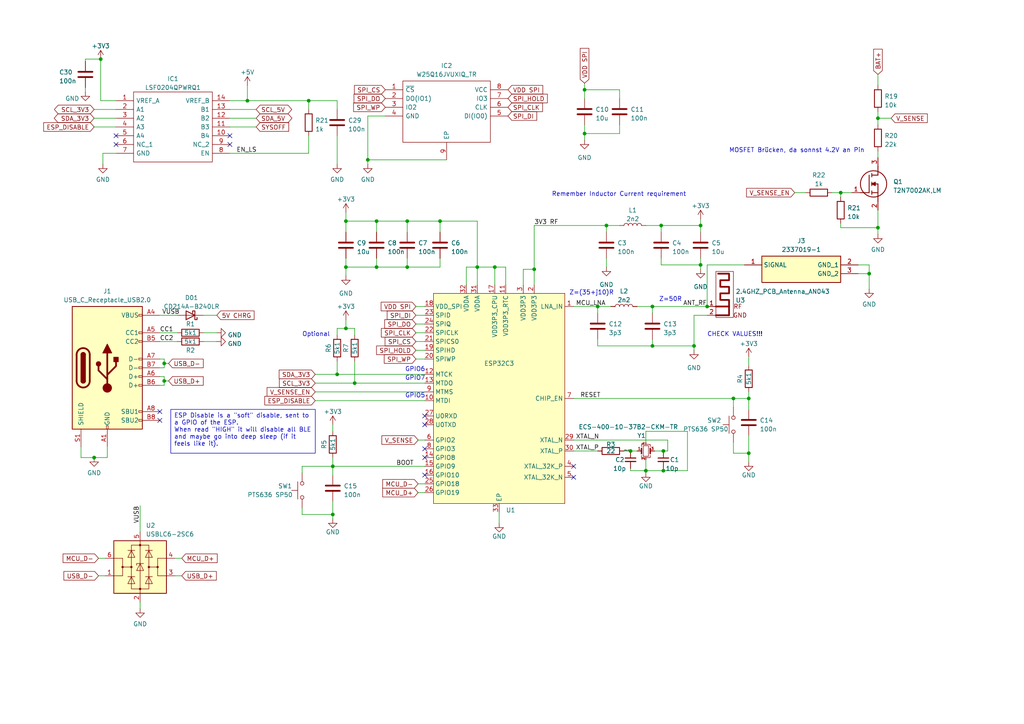
<source format=kicad_sch>
(kicad_sch (version 20230121) (generator eeschema)
  (paper "A4")
  (title_block (title "Module battery/bluetooth") (rev "1.0") (company "FG Labs"))
  (lib_symbols
    (symbol "Antennas:2.4GHZ_PCB_Antenna_AN043"
      (property "Reference" "U" (at 0 1.27 0))
      (property "Value" "2.4GHZ_PCB_Antenna_AN043" (at 0 3.81 0))
      (symbol "2.4GHZ_PCB_Antenna_AN043_0_0"
        (text "GND" (at 6.985 -3.175 0) (effects (font (size 1.27 1.27))))
        (text "RF" (at 6.35 -5.715 0) (effects (font (size 1.27 1.27))))
      )
      (symbol "2.4GHZ_PCB_Antenna_AN043_1_1"
        (pin bidirectional line (at -2.54 -5.715 0) (length 2.54) (name "") (number "1"))
        (pin passive line (at -2.54 -3.175 0) (length 2.54) (name "") (number "2"))
      )
    )
    (symbol "Connector:USB_C_Receptacle_USB2.0" (pin_names (offset 1.016))
      (property "Reference" "J" (at -10.16 19.05 0))
      (property "Value" "USB_C_Receptacle_USB2.0" (at 19.05 19.05 0))
      (symbol "USB_C_Receptacle_USB2.0_1_1"
        (pin passive line (at 0 -22.86 90) (length 5.08) (name "GND") (number "A1"))
        (pin passive line (at 0 -22.86 90) (length 5.08) hide (name "GND") (number "A12"))
        (pin passive line (at 15.24 15.24 180) (length 5.08) (name "VBUS") (number "A4"))
        (pin bidirectional line (at 15.24 10.16 180) (length 5.08) (name "CC1") (number "A5"))
        (pin bidirectional line (at 15.24 -2.54 180) (length 5.08) (name "D+") (number "A6"))
        (pin bidirectional line (at 15.24 2.54 180) (length 5.08) (name "D-") (number "A7"))
        (pin bidirectional line (at 15.24 -12.7 180) (length 5.08) (name "SBU1") (number "A8"))
        (pin passive line (at 15.24 15.24 180) (length 5.08) hide (name "VBUS") (number "A9"))
        (pin passive line (at 0 -22.86 90) (length 5.08) hide (name "GND") (number "B1"))
        (pin passive line (at 0 -22.86 90) (length 5.08) hide (name "GND") (number "B12"))
        (pin passive line (at 15.24 15.24 180) (length 5.08) hide (name "VBUS") (number "B4"))
        (pin bidirectional line (at 15.24 7.62 180) (length 5.08) (name "CC2") (number "B5"))
        (pin bidirectional line (at 15.24 -5.08 180) (length 5.08) (name "D+") (number "B6"))
        (pin bidirectional line (at 15.24 0 180) (length 5.08) (name "D-") (number "B7"))
        (pin bidirectional line (at 15.24 -15.24 180) (length 5.08) (name "SBU2") (number "B8"))
        (pin passive line (at 15.24 15.24 180) (length 5.08) hide (name "VBUS") (number "B9"))
        (pin passive line (at -7.62 -22.86 90) (length 5.08) (name "SHIELD") (number "S1"))
      )
    )
    (symbol "Device:C" (pin_numbers hide) (pin_names (offset 0.254))
      (property "Reference" "C" (at 0.635 2.54 0))
      (property "Value" "C" (at 0.635 -2.54 0))
      (symbol "C_1_1"
        (pin passive line (at 0 3.81 270) (length 2.794) (name "~") (number "1"))
        (pin passive line (at 0 -3.81 90) (length 2.794) (name "~") (number "2"))
      )
    )
    (symbol "Device:C_Small" (pin_numbers hide) (pin_names (offset 0.254) hide)
      (property "Reference" "C" (at 0.254 1.778 0))
      (property "Value" "C_Small" (at 0.254 -2.032 0))
      (symbol "C_Small_1_1"
        (pin passive line (at 0 2.54 270) (length 2.032) (name "~") (number "1"))
        (pin passive line (at 0 -2.54 90) (length 2.032) (name "~") (number "2"))
      )
    )
    (symbol "Device:Crystal_GND24_Small" (pin_names (offset 1.016) hide)
      (property "Reference" "Y" (at 1.27 4.445 0))
      (property "Value" "Crystal_GND24_Small" (at 1.27 2.54 0))
      (symbol "Crystal_GND24_Small_1_1"
        (pin passive line (at -2.54 0 0) (length 1.27) (name "1") (number "1"))
        (pin passive line (at 0 -2.54 90) (length 0.635) (name "2") (number "2"))
        (pin passive line (at 2.54 0 180) (length 1.27) (name "3") (number "3"))
        (pin passive line (at 0 2.54 270) (length 0.635) (name "4") (number "4"))
      )
    )
    (symbol "Device:D_Schottky" (pin_numbers hide) (pin_names (offset 1.016) hide)
      (property "Reference" "D" (at 0 2.54 0))
      (property "Value" "D_Schottky" (at 0 -2.54 0))
      (symbol "D_Schottky_1_1"
        (pin passive line (at -3.81 0 0) (length 2.54) (name "K") (number "1"))
        (pin passive line (at 3.81 0 180) (length 2.54) (name "A") (number "2"))
      )
    )
    (symbol "Device:L" (pin_numbers hide) (pin_names (offset 1.016) hide)
      (property "Reference" "L" (at -1.27 0 90))
      (property "Value" "L" (at 1.905 0 90))
      (symbol "L_1_1"
        (pin passive line (at 0 3.81 270) (length 1.27) (name "1") (number "1"))
        (pin passive line (at 0 -3.81 90) (length 1.27) (name "2") (number "2"))
      )
    )
    (symbol "Device:R" (pin_numbers hide) (pin_names (offset 0))
      (property "Reference" "R" (at 2.032 0 90))
      (property "Value" "R" (at 0 0 90))
      (symbol "R_1_1"
        (pin passive line (at 0 3.81 270) (length 1.27) (name "~") (number "1"))
        (pin passive line (at 0 -3.81 90) (length 1.27) (name "~") (number "2"))
      )
    )
    (symbol "MCU_custom:ESP32-C3"
      (property "Reference" "U" (at 34.29 -42.545 0))
      (symbol "ESP32-C3_1_1"
        (pin input line (at 21.59 26.67 180) (length 2.54) (name "LNA_IN") (number "1"))
        (pin input line (at -21.59 -0.635 0) (length 2.54) (name "MTDI") (number "10"))
        (pin input line (at 1.905 33.02 270) (length 2.54) (name "VDD3P3_RTC") (number "11"))
        (pin input line (at -21.59 6.985 0) (length 2.54) (name "MTCK") (number "12"))
        (pin input line (at -21.59 4.445 0) (length 2.54) (name "MTDO") (number "13"))
        (pin input line (at -21.59 -17.145 0) (length 2.54) (name "GPIO8") (number "14"))
        (pin input line (at -21.59 -19.685 0) (length 2.54) (name "GPIO9") (number "15"))
        (pin input line (at -21.59 -22.225 0) (length 2.54) (name "GPIO10") (number "16"))
        (pin input line (at -1.27 33.02 270) (length 2.54) (name "VDD3P3_CPU") (number "17"))
        (pin input line (at -21.59 26.67 0) (length 2.54) (name "VDD_SPI") (number "18"))
        (pin input line (at -21.59 13.97 0) (length 2.54) (name "SPIHD") (number "19"))
        (pin input line (at 10.16 33.02 270) (length 2.54) (name "VDD3P3") (number "2"))
        (pin input line (at -21.59 11.43 0) (length 2.54) (name "SPIWP") (number "20"))
        (pin input line (at -21.59 16.51 0) (length 2.54) (name "SPICS0") (number "21"))
        (pin input line (at -21.59 19.05 0) (length 2.54) (name "SPICLK") (number "22"))
        (pin input line (at -21.59 24.13 0) (length 2.54) (name "SPID") (number "23"))
        (pin input line (at -21.59 21.59 0) (length 2.54) (name "SPIQ") (number "24"))
        (pin input line (at -21.59 -24.765 0) (length 2.54) (name "GPIO18") (number "25"))
        (pin input line (at -21.59 -27.305 0) (length 2.54) (name "GPIO19") (number "26"))
        (pin input line (at -21.59 -5.08 0) (length 2.54) (name "U0RXD") (number "27"))
        (pin input line (at -21.59 -7.62 0) (length 2.54) (name "U0TXD") (number "28"))
        (pin input line (at 21.59 -12.065 180) (length 2.54) (name "XTAL_N") (number "29"))
        (pin input line (at 6.985 33.02 270) (length 2.54) (name "VDD3P3") (number "3"))
        (pin input line (at 21.59 -15.24 180) (length 2.54) (name "XTAL_P") (number "30"))
        (pin input line (at -6.35 33.02 270) (length 2.54) (name "VDDA") (number "31"))
        (pin input line (at -9.525 33.02 270) (length 2.54) (name "VDDA") (number "32"))
        (pin input line (at 0 -33.02 90) (length 2.54) (name "EP") (number "33"))
        (pin input line (at 21.59 -19.685 180) (length 2.54) (name "XTAL_32K_P") (number "4"))
        (pin input line (at 21.59 -22.86 180) (length 2.54) (name "XTAL_32K_N") (number "5"))
        (pin input line (at -21.59 -12.065 0) (length 2.54) (name "GPIO2") (number "6"))
        (pin input line (at 21.59 0 180) (length 2.54) (name "CHIP_EN") (number "7"))
        (pin input line (at -21.59 -14.605 0) (length 2.54) (name "GPIO3") (number "8"))
        (pin input line (at -21.59 1.905 0) (length 2.54) (name "MTMS") (number "9"))
      )
    )
    (symbol "Power_Protection:USBLC6-2SC6" (pin_names hide)
      (property "Reference" "U" (at 2.54 8.89 0))
      (property "Value" "USBLC6-2SC6" (at 2.54 -8.89 0))
      (symbol "USBLC6-2SC6_1_1"
        (pin passive line (at -10.16 -2.54 0) (length 2.54) (name "I/O1") (number "1"))
        (pin passive line (at 0 -10.16 90) (length 2.54) (name "GND") (number "2"))
        (pin passive line (at 10.16 -2.54 180) (length 2.54) (name "I/O2") (number "3"))
        (pin passive line (at 10.16 2.54 180) (length 2.54) (name "I/O2") (number "4"))
        (pin passive line (at 0 10.16 270) (length 2.54) (name "VBUS") (number "5"))
        (pin passive line (at -10.16 2.54 0) (length 2.54) (name "I/O1") (number "6"))
      )
    )
    (symbol "SamacSys_Parts:2337019-1"
      (property "Reference" "J" (at 29.21 7.62 0))
      (property "Value" "2337019-1" (at 29.21 5.08 0))
      (symbol "2337019-1_1_1"
        (pin passive line (at 0 0 0) (length 5.08) (name "SIGNAL") (number "1"))
        (pin passive line (at 33.02 0 180) (length 5.08) (name "GND_1") (number "2"))
        (pin passive line (at 33.02 -2.54 180) (length 5.08) (name "GND_2") (number "3"))
      )
    )
    (symbol "SamacSys_Parts:LSF0204QPWRQ1" (pin_names (offset 0.762))
      (property "Reference" "IC" (at 29.21 7.62 0))
      (property "Value" "LSF0204QPWRQ1" (at 29.21 5.08 0))
      (symbol "LSF0204QPWRQ1_0_0"
        (pin passive line (at 0 0 0) (length 5.08) (name "VREF_A") (number "1"))
        (pin passive line (at 33.02 -10.16 180) (length 5.08) (name "B4") (number "10"))
        (pin passive line (at 33.02 -7.62 180) (length 5.08) (name "B3") (number "11"))
        (pin passive line (at 33.02 -5.08 180) (length 5.08) (name "B2") (number "12"))
        (pin passive line (at 33.02 -2.54 180) (length 5.08) (name "B1") (number "13"))
        (pin passive line (at 33.02 0 180) (length 5.08) (name "VREF_B") (number "14"))
        (pin passive line (at 0 -2.54 0) (length 5.08) (name "A1") (number "2"))
        (pin passive line (at 0 -5.08 0) (length 5.08) (name "A2") (number "3"))
        (pin passive line (at 0 -7.62 0) (length 5.08) (name "A3") (number "4"))
        (pin passive line (at 0 -10.16 0) (length 5.08) (name "A4") (number "5"))
        (pin passive line (at 0 -12.7 0) (length 5.08) (name "NC_1") (number "6"))
        (pin passive line (at 0 -15.24 0) (length 5.08) (name "GND") (number "7"))
        (pin passive line (at 33.02 -15.24 180) (length 5.08) (name "EN") (number "8"))
        (pin passive line (at 33.02 -12.7 180) (length 5.08) (name "NC_2") (number "9"))
      )
    )
    (symbol "SamacSys_Parts:T2N7002AK,LM" (pin_names hide)
      (property "Reference" "Q" (at 11.43 3.81 0))
      (property "Value" "T2N7002AK,LM" (at 11.43 1.27 0))
      (symbol "T2N7002AK,LM_1_1"
        (pin passive line (at 0 0 0) (length 2.54) (name "G") (number "1"))
        (pin passive line (at 7.62 -5.08 90) (length 2.54) (name "S") (number "2"))
        (pin passive line (at 7.62 10.16 270) (length 2.54) (name "D") (number "3"))
      )
    )
    (symbol "SamacSys_Parts_Legacy:W25Q16JVUXIQ_TR" (pin_names (offset 0.762))
      (property "Reference" "IC" (at 31.75 7.62 0))
      (property "Value" "W25Q16JVUXIQ_TR" (at 31.75 5.08 0))
      (symbol "W25Q16JVUXIQ_TR_0_0"
        (pin passive line (at 0 0 0) (length 5.08) (name "~{CS}") (number "1"))
        (pin passive line (at 0 -2.54 0) (length 5.08) (name "DO(IO1)") (number "2"))
        (pin passive line (at 0 -5.08 0) (length 5.08) (name "IO2") (number "3"))
        (pin passive line (at 0 -7.62 0) (length 5.08) (name "GND") (number "4"))
        (pin passive line (at 35.56 -7.62 180) (length 5.08) (name "DI(IO0)") (number "5"))
        (pin passive line (at 35.56 -5.08 180) (length 5.08) (name "CLK") (number "6"))
        (pin passive line (at 35.56 -2.54 180) (length 5.08) (name "IO3") (number "7"))
        (pin passive line (at 35.56 0 180) (length 5.08) (name "VCC") (number "8"))
        (pin passive line (at 17.78 -20.32 90) (length 5.08) (name "EP") (number "9"))
      )
    )
    (symbol "Switch:SW_Push" (pin_numbers hide) (pin_names (offset 1.016) hide)
      (property "Reference" "SW" (at 1.27 2.54 0))
      (property "Value" "SW_Push" (at 0 -1.524 0))
      (symbol "SW_Push_0_1"
        (pin passive line (at -5.08 0 0) (length 2.54) (name "1") (number "1"))
        (pin passive line (at 5.08 0 180) (length 2.54) (name "2") (number "2"))
      )
    )
    (symbol "power:+3V3" (power) (pin_names (offset 0))
      (property "Value" "+3V3" (at 0 3.556 0))
      (symbol "+3V3_1_1"
        (pin power_in line (at 0 0 90) (length 0) hide (name "+3V3") (number "1"))
      )
    )
    (symbol "power:+5V" (power) (pin_names (offset 0))
      (property "Value" "+5V" (at 0 3.556 0))
      (symbol "+5V_1_1"
        (pin power_in line (at 0 0 90) (length 0) hide (name "+5V") (number "1"))
      )
    )
    (symbol "power:GND" (power) (pin_names (offset 0))
      (property "Value" "GND" (at 0 -3.81 0))
      (symbol "GND_1_1"
        (pin power_in line (at 0 0 270) (length 0) hide (name "GND") (number "1"))
      )
    )
  )
  (junction (at 118.11 77.47))
  (junction (at 173.355 88.9))
  (junction (at 212.725 115.57))
  (junction (at 97.79 108.585))
  (junction (at 189.23 100.33))
  (junction (at 187.325 136.525))
  (junction (at 191.77 65.405))
  (junction (at 96.52 135.255))
  (junction (at 182.88 130.81))
  (junction (at 102.87 111.125))
  (junction (at 118.11 64.135))
  (junction (at 109.22 77.47))
  (junction (at 100.33 95.25))
  (junction (at 254.635 66.04))
  (junction (at 243.84 55.88))
  (junction (at 205.105 88.9))
  (junction (at 27.305 132.715))
  (junction (at 201.295 100.33))
  (junction (at 71.755 29.21))
  (junction (at 254.635 34.29))
  (junction (at 106.68 46.355))
  (junction (at 47.625 105.41))
  (junction (at 189.23 88.9))
  (junction (at 109.22 64.135))
  (junction (at 169.545 26.035))
  (junction (at 29.21 17.145))
  (junction (at 89.535 29.21))
  (junction (at 217.17 131.445))
  (junction (at 192.405 136.525))
  (junction (at 96.52 149.225))
  (junction (at 203.2 76.835))
  (junction (at 169.545 38.735))
  (junction (at 138.43 77.47))
  (junction (at 127.635 64.135))
  (junction (at 217.17 115.57))
  (junction (at 100.33 77.47))
  (junction (at 192.405 130.81))
  (junction (at 154.94 78.105))
  (junction (at 203.2 65.405))
  (junction (at 175.895 65.405))
  (junction (at 252.095 79.375))
  (junction (at 47.625 110.49))
  (junction (at 100.33 64.135))
  (junction (at 143.51 77.47))
  (no_connect (at 166.37 138.43))
  (no_connect (at 33.655 39.37))
  (no_connect (at 66.675 41.91))
  (no_connect (at 123.19 130.175))
  (no_connect (at 123.19 120.65))
  (no_connect (at 66.675 39.37))
  (no_connect (at 33.655 41.91))
  (no_connect (at 166.37 135.255))
  (no_connect (at 123.19 123.19))
  (no_connect (at 46.355 119.38))
  (no_connect (at 46.355 121.92))
  (no_connect (at 123.19 132.715))
  (no_connect (at 123.19 137.795))
  (wire (pts (xy 23.495 132.715) (xy 27.305 132.715)))
  (wire (pts (xy 192.405 130.81) (xy 193.675 130.81)))
  (wire (pts (xy 100.33 64.135) (xy 100.33 67.31)))
  (wire (pts (xy 29.21 17.145) (xy 29.21 29.21)))
  (wire (pts (xy 189.23 88.9) (xy 189.23 90.805)))
  (wire (pts (xy 212.725 115.57) (xy 217.17 115.57)))
  (wire (pts (xy 106.68 46.355) (xy 129.54 46.355)))
  (wire (pts (xy 59.055 91.44) (xy 62.865 91.44)))
  (wire (pts (xy 127.635 64.135) (xy 118.11 64.135)))
  (wire (pts (xy 46.355 99.06) (xy 51.435 99.06)))
  (wire (pts (xy 254.635 45.72) (xy 254.635 43.815)))
  (wire (pts (xy 97.79 31.75) (xy 97.79 29.21)))
  (wire (pts (xy 97.79 95.25) (xy 97.79 97.155)))
  (wire (pts (xy 91.44 108.585) (xy 97.79 108.585)))
  (wire (pts (xy 102.87 95.25) (xy 100.33 95.25)))
  (wire (pts (xy 166.37 88.9) (xy 173.355 88.9)))
  (wire (pts (xy 31.115 132.715) (xy 27.305 132.715)))
  (wire (pts (xy 205.105 76.835) (xy 205.105 88.9)))
  (wire (pts (xy 100.33 77.47) (xy 100.33 80.01)))
  (wire (pts (xy 96.52 145.415) (xy 96.52 149.225)))
  (wire (pts (xy 66.675 29.21) (xy 71.755 29.21)))
  (wire (pts (xy 31.115 129.54) (xy 31.115 132.715)))
  (wire (pts (xy 201.295 100.33) (xy 189.23 100.33)))
  (wire (pts (xy 46.355 104.14) (xy 47.625 104.14)))
  (wire (pts (xy 52.705 167.005) (xy 50.8 167.005)))
  (wire (pts (xy 46.355 109.22) (xy 47.625 109.22)))
  (wire (pts (xy 182.88 130.81) (xy 184.785 130.81)))
  (wire (pts (xy 193.675 130.81) (xy 193.675 127.635)))
  (wire (pts (xy 66.675 44.45) (xy 89.535 44.45)))
  (wire (pts (xy 193.675 127.635) (xy 166.37 127.635)))
  (wire (pts (xy 192.405 135.89) (xy 192.405 136.525)))
  (wire (pts (xy 201.295 100.33) (xy 201.295 101.6)))
  (wire (pts (xy 254.635 34.29) (xy 258.445 34.29)))
  (wire (pts (xy 47.625 110.49) (xy 48.895 110.49)))
  (wire (pts (xy 47.625 111.76) (xy 47.625 110.49)))
  (wire (pts (xy 169.545 36.195) (xy 169.545 38.735)))
  (wire (pts (xy 100.33 95.25) (xy 100.33 92.71)))
  (wire (pts (xy 146.685 77.47) (xy 143.51 77.47)))
  (wire (pts (xy 28.575 167.005) (xy 30.48 167.005)))
  (wire (pts (xy 138.43 64.135) (xy 138.43 77.47)))
  (wire (pts (xy 135.255 82.55) (xy 135.255 77.47)))
  (wire (pts (xy 192.405 136.525) (xy 187.325 136.525)))
  (wire (pts (xy 47.625 105.41) (xy 48.895 105.41)))
  (wire (pts (xy 179.705 26.035) (xy 169.545 26.035)))
  (wire (pts (xy 177.165 88.9) (xy 173.355 88.9)))
  (wire (pts (xy 203.2 76.835) (xy 203.2 78.105)))
  (wire (pts (xy 28.575 161.925) (xy 30.48 161.925)))
  (wire (pts (xy 24.765 17.78) (xy 24.765 17.145)))
  (wire (pts (xy 248.92 79.375) (xy 252.095 79.375)))
  (wire (pts (xy 248.92 76.835) (xy 252.095 76.835)))
  (wire (pts (xy 96.52 132.715) (xy 96.52 135.255)))
  (wire (pts (xy 47.625 109.22) (xy 47.625 110.49)))
  (wire (pts (xy 123.19 116.205) (xy 91.44 116.205)))
  (wire (pts (xy 118.11 74.93) (xy 118.11 77.47)))
  (wire (pts (xy 189.865 130.81) (xy 192.405 130.81)))
  (wire (pts (xy 212.725 128.27) (xy 212.725 131.445)))
  (wire (pts (xy 175.895 74.93) (xy 175.895 77.47)))
  (wire (pts (xy 175.895 65.405) (xy 175.895 67.31)))
  (wire (pts (xy 29.845 44.45) (xy 29.845 47.625)))
  (wire (pts (xy 138.43 77.47) (xy 135.255 77.47)))
  (wire (pts (xy 187.325 133.35) (xy 187.325 136.525)))
  (wire (pts (xy 254.635 60.96) (xy 254.635 66.04)))
  (wire (pts (xy 96.52 135.255) (xy 123.19 135.255)))
  (wire (pts (xy 201.295 91.44) (xy 201.295 100.33)))
  (wire (pts (xy 191.77 76.835) (xy 203.2 76.835)))
  (wire (pts (xy 203.2 67.31) (xy 203.2 65.405)))
  (wire (pts (xy 40.64 176.53) (xy 40.64 174.625)))
  (wire (pts (xy 230.505 55.88) (xy 233.68 55.88)))
  (wire (pts (xy 243.84 66.04) (xy 254.635 66.04)))
  (wire (pts (xy 243.84 55.88) (xy 247.015 55.88)))
  (wire (pts (xy 66.675 31.75) (xy 74.295 31.75)))
  (wire (pts (xy 191.77 74.93) (xy 191.77 76.835)))
  (wire (pts (xy 52.705 161.925) (xy 50.8 161.925)))
  (wire (pts (xy 120.65 104.14) (xy 123.19 104.14)))
  (wire (pts (xy 97.79 29.21) (xy 89.535 29.21)))
  (wire (pts (xy 199.39 136.525) (xy 192.405 136.525)))
  (wire (pts (xy 120.65 93.98) (xy 123.19 93.98)))
  (wire (pts (xy 118.11 67.31) (xy 118.11 64.135)))
  (wire (pts (xy 166.37 115.57) (xy 212.725 115.57)))
  (wire (pts (xy 217.17 113.665) (xy 217.17 115.57)))
  (wire (pts (xy 100.33 61.595) (xy 100.33 64.135)))
  (wire (pts (xy 87.63 135.255) (xy 96.52 135.255)))
  (wire (pts (xy 46.355 91.44) (xy 51.435 91.44)))
  (wire (pts (xy 146.685 82.55) (xy 146.685 77.47)))
  (wire (pts (xy 212.725 115.57) (xy 212.725 118.11)))
  (wire (pts (xy 40.64 146.685) (xy 40.64 154.305)))
  (wire (pts (xy 254.635 66.04) (xy 254.635 67.945)))
  (wire (pts (xy 179.705 65.405) (xy 175.895 65.405)))
  (wire (pts (xy 33.655 44.45) (xy 29.845 44.45)))
  (wire (pts (xy 144.78 148.59) (xy 144.78 151.765)))
  (wire (pts (xy 47.625 106.68) (xy 47.625 105.41)))
  (wire (pts (xy 120.65 101.6) (xy 123.19 101.6)))
  (wire (pts (xy 89.535 44.45) (xy 89.535 39.37)))
  (wire (pts (xy 143.51 77.47) (xy 138.43 77.47)))
  (wire (pts (xy 66.675 36.83) (xy 74.295 36.83)))
  (wire (pts (xy 154.94 78.105) (xy 154.94 65.405)))
  (wire (pts (xy 187.325 125.095) (xy 199.39 125.095)))
  (wire (pts (xy 27.305 31.75) (xy 33.655 31.75)))
  (wire (pts (xy 89.535 31.75) (xy 89.535 29.21)))
  (wire (pts (xy 109.22 64.135) (xy 100.33 64.135)))
  (wire (pts (xy 102.87 111.125) (xy 123.19 111.125)))
  (wire (pts (xy 217.17 103.505) (xy 217.17 106.045)))
  (wire (pts (xy 127.635 64.135) (xy 138.43 64.135)))
  (wire (pts (xy 166.37 130.81) (xy 173.355 130.81)))
  (wire (pts (xy 187.325 136.525) (xy 187.325 137.16)))
  (wire (pts (xy 151.765 82.55) (xy 151.765 78.105)))
  (wire (pts (xy 97.79 39.37) (xy 97.79 47.625)))
  (wire (pts (xy 217.17 131.445) (xy 217.17 133.985)))
  (wire (pts (xy 59.055 99.06) (xy 62.865 99.06)))
  (wire (pts (xy 217.17 118.745) (xy 217.17 115.57)))
  (wire (pts (xy 182.88 135.89) (xy 182.88 136.525)))
  (wire (pts (xy 97.79 104.775) (xy 97.79 108.585)))
  (wire (pts (xy 154.94 82.55) (xy 154.94 78.105)))
  (wire (pts (xy 203.2 65.405) (xy 191.77 65.405)))
  (wire (pts (xy 97.79 108.585) (xy 123.19 108.585)))
  (wire (pts (xy 189.23 100.33) (xy 173.355 100.33)))
  (wire (pts (xy 121.285 140.335) (xy 123.19 140.335)))
  (wire (pts (xy 120.65 99.06) (xy 123.19 99.06)))
  (wire (pts (xy 252.095 79.375) (xy 252.095 83.82)))
  (wire (pts (xy 109.22 74.93) (xy 109.22 77.47)))
  (wire (pts (xy 24.765 25.4) (xy 24.765 26.67)))
  (wire (pts (xy 27.305 36.83) (xy 33.655 36.83)))
  (wire (pts (xy 118.11 77.47) (xy 109.22 77.47)))
  (wire (pts (xy 47.625 104.14) (xy 47.625 105.41)))
  (wire (pts (xy 217.17 126.365) (xy 217.17 131.445)))
  (wire (pts (xy 173.355 88.9) (xy 173.355 90.805)))
  (wire (pts (xy 120.65 88.9) (xy 123.19 88.9)))
  (wire (pts (xy 109.22 77.47) (xy 100.33 77.47)))
  (wire (pts (xy 189.23 88.9) (xy 205.105 88.9)))
  (wire (pts (xy 87.63 147.32) (xy 87.63 149.225)))
  (wire (pts (xy 27.305 34.29) (xy 33.655 34.29)))
  (wire (pts (xy 102.87 104.775) (xy 102.87 111.125)))
  (wire (pts (xy 100.33 74.93) (xy 100.33 77.47)))
  (wire (pts (xy 120.65 96.52) (xy 123.19 96.52)))
  (wire (pts (xy 46.355 111.76) (xy 47.625 111.76)))
  (wire (pts (xy 179.705 38.735) (xy 169.545 38.735)))
  (wire (pts (xy 87.63 149.225) (xy 96.52 149.225)))
  (wire (pts (xy 59.055 96.52) (xy 62.865 96.52)))
  (wire (pts (xy 100.33 95.25) (xy 97.79 95.25)))
  (wire (pts (xy 243.84 64.77) (xy 243.84 66.04)))
  (wire (pts (xy 46.355 106.68) (xy 47.625 106.68)))
  (wire (pts (xy 127.635 74.93) (xy 127.635 77.47)))
  (wire (pts (xy 127.635 67.31) (xy 127.635 64.135)))
  (wire (pts (xy 151.765 78.105) (xy 154.94 78.105)))
  (wire (pts (xy 187.325 125.095) (xy 187.325 128.27)))
  (wire (pts (xy 23.495 129.54) (xy 23.495 132.715)))
  (wire (pts (xy 127.635 77.47) (xy 118.11 77.47)))
  (wire (pts (xy 254.635 34.29) (xy 254.635 36.195)))
  (wire (pts (xy 89.535 29.21) (xy 71.755 29.21)))
  (wire (pts (xy 121.285 142.875) (xy 123.19 142.875)))
  (wire (pts (xy 212.725 131.445) (xy 217.17 131.445)))
  (wire (pts (xy 254.635 21.59) (xy 254.635 24.765)))
  (wire (pts (xy 243.84 55.88) (xy 243.84 57.15)))
  (wire (pts (xy 154.94 65.405) (xy 175.895 65.405)))
  (wire (pts (xy 87.63 137.16) (xy 87.63 135.255)))
  (wire (pts (xy 189.23 98.425) (xy 189.23 100.33)))
  (wire (pts (xy 106.68 33.655) (xy 106.68 46.355)))
  (wire (pts (xy 106.68 46.355) (xy 106.68 47.625)))
  (wire (pts (xy 184.785 88.9) (xy 189.23 88.9)))
  (wire (pts (xy 241.3 55.88) (xy 243.84 55.88)))
  (wire (pts (xy 71.755 24.765) (xy 71.755 29.21)))
  (wire (pts (xy 180.975 130.81) (xy 182.88 130.81)))
  (wire (pts (xy 203.2 63.5) (xy 203.2 65.405)))
  (wire (pts (xy 169.545 26.035) (xy 169.545 28.575)))
  (wire (pts (xy 191.77 65.405) (xy 191.77 67.31)))
  (wire (pts (xy 120.65 91.44) (xy 123.19 91.44)))
  (wire (pts (xy 46.355 96.52) (xy 51.435 96.52)))
  (wire (pts (xy 102.87 97.155) (xy 102.87 95.25)))
  (wire (pts (xy 203.2 74.93) (xy 203.2 76.835)))
  (wire (pts (xy 111.76 33.655) (xy 106.68 33.655)))
  (wire (pts (xy 179.705 28.575) (xy 179.705 26.035)))
  (wire (pts (xy 109.22 67.31) (xy 109.22 64.135)))
  (wire (pts (xy 143.51 82.55) (xy 143.51 77.47)))
  (wire (pts (xy 33.655 29.21) (xy 29.21 29.21)))
  (wire (pts (xy 182.88 136.525) (xy 187.325 136.525)))
  (wire (pts (xy 24.765 17.145) (xy 29.21 17.145)))
  (wire (pts (xy 96.52 135.255) (xy 96.52 137.795)))
  (wire (pts (xy 215.9 76.835) (xy 205.105 76.835)))
  (wire (pts (xy 252.095 76.835) (xy 252.095 79.375)))
  (wire (pts (xy 173.355 100.33) (xy 173.355 98.425)))
  (wire (pts (xy 187.325 65.405) (xy 191.77 65.405)))
  (wire (pts (xy 96.52 123.19) (xy 96.52 125.095)))
  (wire (pts (xy 121.285 127.635) (xy 123.19 127.635)))
  (wire (pts (xy 179.705 36.195) (xy 179.705 38.735)))
  (wire (pts (xy 91.44 113.665) (xy 123.19 113.665)))
  (wire (pts (xy 138.43 82.55) (xy 138.43 77.47)))
  (wire (pts (xy 169.545 38.735) (xy 169.545 40.64)))
  (wire (pts (xy 169.545 24.13) (xy 169.545 26.035)))
  (wire (pts (xy 109.22 64.135) (xy 118.11 64.135)))
  (wire (pts (xy 66.675 34.29) (xy 74.295 34.29)))
  (wire (pts (xy 254.635 32.385) (xy 254.635 34.29)))
  (wire (pts (xy 199.39 125.095) (xy 199.39 136.525)))
  (wire (pts (xy 96.52 149.225) (xy 96.52 150.495)))
  (wire (pts (xy 201.295 91.44) (xy 205.105 91.44)))
  (wire (pts (xy 91.44 111.125) (xy 102.87 111.125)))
  (text_box "ESP Disable is a \"soft\" disable, sent to a GPIO of the ESP.\nWhen read \"HIGH\" it will disable all BLE and maybe go into deep sleep (if it feels like it)." (at 49.53 118.745 0) (size 41.91 12.7) (effects (font (size 1.27 1.27)) (justify left top)))
  (text "Z=(35+j10)R" (at 165.1 85.725 0) (effects (font (size 1.27 1.27)) (justify left bottom)))
  (text "GPIO5" (at 117.475 115.57 0) (effects (font (size 1.27 1.27)) (justify left bottom)))
  (text "Z=50R" (at 191.135 87.63 0) (effects (font (size 1.27 1.27)) (justify left bottom)))
  (text "MOSFET Brücken, da sonnst 4.2V an Pin\n" (at 211.455 44.45 0) (effects (font (size 1.27 1.27)) (justify left bottom)))
  (text "GPIO7" (at 117.475 110.49 0) (effects (font (size 1.27 1.27)) (justify left bottom)))
  (text "Optional" (at 87.63 97.79 0) (effects (font (size 1.27 1.27)) (justify left bottom)))
  (text "GPIO6" (at 117.475 107.95 0) (effects (font (size 1.27 1.27)) (justify left bottom)))
  (text "CHECK VALUES!!!" (at 205.105 97.79 0) (effects (font (size 1.27 1.27)) (justify left bottom)))
  (text "Remember Inductor Current requirement" (at 160.02 57.15 0) (effects (font (size 1.27 1.27)) (justify left bottom)))
  (label "EN_LS" (at 68.58 44.45 0))
  (label "VUSB" (at 46.99 91.44 0))
  (label "XTAL_P" (at 167.005 130.81 0))
  (label "ANT_RF" (at 198.12 88.9 0) (property "Netclass" "RF50" (effects hide)))
  (label "XTAL_P_R" (at 180.975 130.81 0) (effects (font (size 0.254 0.254))))
  (label "MCU_LNA" (at 167.005 88.9 0))
  (label "3V3 RF" (at 154.94 65.405 0))
  (label "CC2" (at 46.355 99.06 0))
  (label "XTAL_N" (at 167.005 127.635 0))
  (label "RESET" (at 168.275 115.57 0))
  (label "BOOT" (at 120.015 135.255 180))
  (label "CC1" (at 46.355 96.52 0))
  (label "VUSB" (at 40.64 146.685 270))
  (global_label "V_SENSE_EN" (shape input) (at 91.44 113.665 180) (property "Intersheetrefs" "${INTERSHEET_REFS}" (effects hide)))
  (global_label "SCL_3V3" (shape bidirectional) (at 27.305 31.75 180) (property "Intersheetrefs" "${INTERSHEET_REFS}" (effects hide)))
  (global_label "BAT+" (shape input) (at 254.635 21.59 90) (property "Intersheetrefs" "${INTERSHEET_REFS}" (effects hide)))
  (global_label "SPI_DI" (shape input) (at 147.32 33.655 0) (property "Intersheetrefs" "${INTERSHEET_REFS}" (effects hide)))
  (global_label "SPI_WP" (shape input) (at 111.76 31.115 180) (property "Intersheetrefs" "${INTERSHEET_REFS}" (effects hide)))
  (global_label "USB_D-" (shape input) (at 28.575 167.005 180) (property "Intersheetrefs" "${INTERSHEET_REFS}" (effects hide)) (property "Netclass" "USB90" (effects hide)))
  (global_label "SYSOFF" (shape input) (at 74.295 36.83 0) (property "Intersheetrefs" "${INTERSHEET_REFS}" (effects hide)))
  (global_label "SPI_CS" (shape input) (at 120.65 99.06 180) (property "Intersheetrefs" "${INTERSHEET_REFS}" (effects hide)))
  (global_label "USB_D+" (shape input) (at 52.705 167.005 0) (property "Intersheetrefs" "${INTERSHEET_REFS}" (effects hide)) (property "Netclass" "USB90" (effects hide)))
  (global_label "SCL_3V3" (shape input) (at 91.44 111.125 180) (property "Intersheetrefs" "${INTERSHEET_REFS}" (effects hide)))
  (global_label "V_SENSE_EN" (shape input) (at 230.505 55.88 180) (property "Intersheetrefs" "${INTERSHEET_REFS}" (effects hide)))
  (global_label "VDD SPI" (shape input) (at 120.65 88.9 180) (property "Intersheetrefs" "${INTERSHEET_REFS}" (effects hide)))
  (global_label "SDA_3V3" (shape input) (at 91.44 108.585 180) (property "Intersheetrefs" "${INTERSHEET_REFS}" (effects hide)))
  (global_label "5V CHRG" (shape input) (at 62.865 91.44 0) (property "Intersheetrefs" "${INTERSHEET_REFS}" (effects hide)))
  (global_label "VDD SPI" (shape input) (at 147.32 26.035 0) (property "Intersheetrefs" "${INTERSHEET_REFS}" (effects hide)))
  (global_label "MCU_D-" (shape input) (at 121.285 140.335 180) (property "Intersheetrefs" "${INTERSHEET_REFS}" (effects hide)) (property "Netclass" "USB90" (effects hide)))
  (global_label "MCU_D+" (shape input) (at 121.285 142.875 180) (property "Intersheetrefs" "${INTERSHEET_REFS}" (effects hide)) (property "Netclass" "USB90" (effects hide)))
  (global_label "SCL_5V" (shape bidirectional) (at 74.295 31.75 0) (property "Intersheetrefs" "${INTERSHEET_REFS}" (effects hide)))
  (global_label "SPI_WP" (shape input) (at 120.65 104.14 180) (property "Intersheetrefs" "${INTERSHEET_REFS}" (effects hide)))
  (global_label "SPI_CLK" (shape input) (at 120.65 96.52 180) (property "Intersheetrefs" "${INTERSHEET_REFS}" (effects hide)))
  (global_label "SPI_CS" (shape input) (at 111.76 26.035 180) (property "Intersheetrefs" "${INTERSHEET_REFS}" (effects hide)))
  (global_label "SDA_5V" (shape bidirectional) (at 74.295 34.29 0) (property "Intersheetrefs" "${INTERSHEET_REFS}" (effects hide)))
  (global_label "SPI_DI" (shape input) (at 120.65 91.44 180) (property "Intersheetrefs" "${INTERSHEET_REFS}" (effects hide)))
  (global_label "V_SENSE" (shape input) (at 258.445 34.29 0) (property "Intersheetrefs" "${INTERSHEET_REFS}" (effects hide)))
  (global_label "USB_D-" (shape input) (at 48.895 105.41 0) (property "Intersheetrefs" "${INTERSHEET_REFS}" (effects hide)) (property "Netclass" "USB90" (effects hide)))
  (global_label "ESP_DISABLE" (shape input) (at 91.44 116.205 180) (property "Intersheetrefs" "${INTERSHEET_REFS}" (effects hide)))
  (global_label "V_SENSE" (shape input) (at 121.285 127.635 180) (property "Intersheetrefs" "${INTERSHEET_REFS}" (effects hide)))
  (global_label "SDA_3V3" (shape bidirectional) (at 27.305 34.29 180) (property "Intersheetrefs" "${INTERSHEET_REFS}" (effects hide)))
  (global_label "SPI_DO" (shape input) (at 111.76 28.575 180) (property "Intersheetrefs" "${INTERSHEET_REFS}" (effects hide)))
  (global_label "SPI_HOLD" (shape input) (at 147.32 28.575 0) (property "Intersheetrefs" "${INTERSHEET_REFS}" (effects hide)))
  (global_label "SPI_HOLD" (shape input) (at 120.65 101.6 180) (property "Intersheetrefs" "${INTERSHEET_REFS}" (effects hide)))
  (global_label "ESP_DISABLE" (shape input) (at 27.305 36.83 180) (property "Intersheetrefs" "${INTERSHEET_REFS}" (effects hide)))
  (global_label "MCU_D+" (shape input) (at 52.705 161.925 0) (property "Intersheetrefs" "${INTERSHEET_REFS}" (effects hide)) (property "Netclass" "USB90" (effects hide)))
  (global_label "SPI_CLK" (shape input) (at 147.32 31.115 0) (property "Intersheetrefs" "${INTERSHEET_REFS}" (effects hide)))
  (global_label "VDD SPI" (shape input) (at 169.545 24.13 90) (property "Intersheetrefs" "${INTERSHEET_REFS}" (effects hide)))
  (global_label "MCU_D-" (shape input) (at 28.575 161.925 180) (property "Intersheetrefs" "${INTERSHEET_REFS}" (effects hide)) (property "Netclass" "USB90" (effects hide)))
  (global_label "USB_D+" (shape input) (at 48.895 110.49 0) (property "Intersheetrefs" "${INTERSHEET_REFS}" (effects hide)) (property "Netclass" "USB90" (effects hide)))
  (global_label "SPI_DO" (shape input) (at 120.65 93.98 180) (property "Intersheetrefs" "${INTERSHEET_REFS}" (effects hide)))
  (symbol (lib_id "power:GND") (at 201.295 101.6 0) (unit 1)
    (property "Reference" "#PWR013" (effects hide))
    (property "Value" "GND" (at 201.295 106.68 0))
  )
  (symbol (lib_id "Device:C") (at 203.2 71.12 0) (unit 1)
    (property "Reference" "C5" (at 206.375 70.485 0) (effects (justify left)))
    (property "Value" "10u" (at 206.375 73.025 0) (effects (justify left)))
    (property "Footprint" "Capacitor_SMD:C_0603_1608Metric" (effects hide))
  )
  (symbol (lib_id "Device:C") (at 118.11 71.12 0) (unit 1)
    (property "Reference" "C7" (at 121.285 70.485 0) (effects (justify left)))
    (property "Value" "100n" (at 121.285 73.025 0) (effects (justify left)))
    (property "Footprint" "Capacitor_SMD:C_0603_1608Metric" (effects hide))
  )
  (symbol (lib_id "power:+3V3") (at 100.33 61.595 0) (unit 1)
    (property "Reference" "#PWR010" (effects hide))
    (property "Value" "+3V3" (at 100.33 57.785 0))
  )
  (symbol (lib_id "Device:C") (at 169.545 32.385 0) (unit 1)
    (property "Reference" "C10" (at 172.72 31.75 0) (effects (justify left)))
    (property "Value" "10u" (at 172.72 34.29 0) (effects (justify left)))
    (property "Footprint" "Capacitor_SMD:C_0603_1608Metric" (effects hide))
  )
  (symbol (lib_id "Device:C_Small") (at 182.88 133.35 0) (unit 1)
    (property "Reference" "C2" (at 178.435 133.35 0) (effects (justify left)))
    (property "Value" "10p" (at 177.8 135.89 0) (effects (justify left)))
    (property "Footprint" "Capacitor_SMD:C_0603_1608Metric" (effects hide))
  )
  (symbol (lib_id "Device:C") (at 175.895 71.12 0) (unit 1)
    (property "Reference" "C3" (at 179.07 70.485 0) (effects (justify left)))
    (property "Value" "100n" (at 179.07 73.025 0) (effects (justify left)))
    (property "Footprint" "Capacitor_SMD:C_0603_1608Metric" (effects hide))
  )
  (symbol (lib_id "power:+3V3") (at 100.33 92.71 0) (unit 1)
    (property "Reference" "#PWR018" (effects hide))
    (property "Value" "+3V3" (at 100.33 88.9 0))
  )
  (symbol (lib_id "Device:R") (at 254.635 28.575 0) (unit 1)
    (property "Reference" "R19" (at 256.54 27.94 0) (effects (justify left)))
    (property "Value" "10k" (at 256.54 30.48 0) (effects (justify left)))
    (property "Footprint" "Resistor_SMD:R_0603_1608Metric" (effects hide))
  )
  (symbol (lib_id "MCU_custom:ESP32-C3") (at 144.78 115.57 0) (unit 1)
    (property "Reference" "U1" (at 146.7359 147.955 0) (effects (justify left)))
    (property "Value" "ESP32C3" (at 144.78 105.41 0))
    (property "Footprint" "Package_DFN_QFN:QFN-32-1EP_5x5mm_P0.5mm_EP3.7x3.7mm_ThermalVias" (effects hide))
  )
  (symbol (lib_id "Device:C") (at 217.17 122.555 0) (unit 1)
    (property "Reference" "C14" (at 220.345 121.92 0) (effects (justify left)))
    (property "Value" "100n" (at 220.345 124.46 0) (effects (justify left)))
    (property "Footprint" "Capacitor_SMD:C_0603_1608Metric" (effects hide))
  )
  (symbol (lib_id "Device:R") (at 96.52 128.905 180) (unit 1)
    (property "Reference" "R5" (at 93.98 128.905 90))
    (property "Value" "5k1" (at 96.52 128.905 90))
    (property "Footprint" "Resistor_SMD:R_0603_1608Metric" (effects hide))
  )
  (symbol (lib_id "Device:R") (at 97.79 100.965 180) (unit 1)
    (property "Reference" "R6" (at 95.25 100.965 90))
    (property "Value" "5k1" (at 97.79 100.965 90))
    (property "Footprint" "Resistor_SMD:R_0603_1608Metric" (effects hide))
  )
  (symbol (lib_id "power:GND") (at 96.52 150.495 0) (unit 1)
    (property "Reference" "#PWR017" (effects hide))
    (property "Value" "GND" (at 96.52 154.305 0))
  )
  (symbol (lib_id "power:GND") (at 217.17 133.985 0) (unit 1)
    (property "Reference" "#PWR014" (effects hide))
    (property "Value" "GND" (at 217.17 137.795 0))
  )
  (symbol (lib_id "Device:C") (at 100.33 71.12 0) (unit 1)
    (property "Reference" "C9" (at 103.505 70.485 0) (effects (justify left)))
    (property "Value" "10u" (at 103.505 73.025 0) (effects (justify left)))
    (property "Footprint" "Capacitor_SMD:C_0603_1608Metric" (effects hide))
  )
  (symbol (lib_id "Power_Protection:USBLC6-2SC6") (at 40.64 164.465 0) (unit 1)
    (property "Reference" "U2" (at 42.2911 152.4 0) (effects (justify left)))
    (property "Value" "USBLC6-2SC6" (at 42.2911 154.94 0) (effects (justify left)))
    (property "Footprint" "Package_TO_SOT_SMD:SOT-23-6" (effects hide))
    (property "Datasheet" "https://www.st.com/resource/en/datasheet/usblc6-2.pdf" (effects hide))
  )
  (symbol (lib_id "Device:R") (at 55.245 96.52 90) (unit 1)
    (property "Reference" "R1" (at 55.245 93.98 90))
    (property "Value" "5k1" (at 55.245 96.52 90))
    (property "Footprint" "Resistor_SMD:R_0603_1608Metric" (effects hide))
  )
  (symbol (lib_id "Device:R") (at 254.635 40.005 0) (unit 1)
    (property "Reference" "R20" (at 256.54 39.37 0) (effects (justify left)))
    (property "Value" "22k" (at 256.54 41.91 0) (effects (justify left)))
    (property "Footprint" "Resistor_SMD:R_0603_1608Metric" (effects hide))
  )
  (symbol (lib_id "power:GND") (at 24.765 26.67 0) (unit 1)
    (property "Reference" "#PWR083" (effects hide))
    (property "Value" "GND" (at 20.955 28.575 0))
    (instances (project "The Typeuwu" (path "" (reference "#PWR083") (unit 1))) (project "Battery" (path "" (reference "#PWR039") (unit 1))))
  )
  (symbol (lib_id "Device:C") (at 179.705 32.385 0) (unit 1)
    (property "Reference" "C11" (at 182.88 31.75 0) (effects (justify left)))
    (property "Value" "100n" (at 182.88 34.29 0) (effects (justify left)))
    (property "Footprint" "Capacitor_SMD:C_0603_1608Metric" (effects hide))
  )
  (symbol (lib_id "Device:R") (at 237.49 55.88 90) (unit 1)
    (property "Reference" "R22" (at 237.49 50.8 90))
    (property "Value" "1k" (at 237.49 53.34 90))
    (property "Footprint" "Resistor_SMD:R_0603_1608Metric" (effects hide))
  )
  (symbol (lib_id "Device:D_Schottky") (at 55.245 91.44 180) (unit 1)
    (property "Reference" "D01" (at 55.5625 86.36 0))
    (property "Value" "CD214A-B240LR" (at 55.5625 88.9 0))
    (property "Footprint" "Diode_custom:CD214A-B240LR" (effects hide))
    (instances (project "The Typeuwu" (path "" (reference "D01") (unit 1)) (path "" (reference "D02") (unit 1))) (project "Battery" (path "" (reference "D1") (unit 1))))
  )
  (symbol (lib_id "Device:C") (at 127.635 71.12 0) (unit 1)
    (property "Reference" "C6" (at 130.81 70.485 0) (effects (justify left)))
    (property "Value" "100n" (at 130.81 73.025 0) (effects (justify left)))
    (property "Footprint" "Capacitor_SMD:C_0603_1608Metric" (effects hide))
  )
  (symbol (lib_id "Device:R") (at 102.87 100.965 180) (unit 1)
    (property "Reference" "R7" (at 100.33 100.965 90))
    (property "Value" "5k1" (at 102.87 100.965 90))
    (property "Footprint" "Resistor_SMD:R_0603_1608Metric" (effects hide))
  )
  (symbol (lib_id "power:GND") (at 62.865 99.06 90) (unit 1)
    (property "Reference" "#PWR03" (effects hide))
    (property "Value" "GND" (at 66.04 99.695 90) (effects (justify right)))
  )
  (symbol (lib_id "SamacSys_Parts:2337019-1") (at 215.9 76.835 0) (unit 1)
    (property "Reference" "J3" (at 232.41 69.85 0))
    (property "Value" "2337019-1" (at 232.41 72.39 0))
    (property "Footprint" "SamacSys:23370191" (effects hide))
    (property "Datasheet" "https://www.te.com/commerce/DocumentDelivery/DDEController?Action=showdoc&DocId=Customer+Drawing%7FC-2337019%7FA3%7Fpdf%7FEnglish%7FENG_CD_C-2337019_A3.pdf%7F2337019-1" (effects hide))
    (property "Height" "1.4" (effects hide))
    (property "Mouser Part Number" "571-2337019-1" (effects hide))
    (property "Mouser Price/Stock" "https://www.mouser.co.uk/ProductDetail/TE-Connectivity/2337019-1?qs=l4Gc20tDgJIuN7nS9rJkJw%3D%3D" (effects hide))
    (property "Manufacturer_Name" "TE Connectivity" (effects hide))
    (property "Manufacturer_Part_Number" "2337019-1" (effects hide))
  )
  (symbol (lib_id "power:GND") (at 175.895 77.47 0) (unit 1)
    (property "Reference" "#PWR08" (effects hide))
    (property "Value" "GND" (at 175.895 82.55 0))
  )
  (symbol (lib_id "Switch:SW_Push") (at 212.725 123.19 90) (unit 1)
    (property "Reference" "SW2" (at 205.105 121.92 90) (effects (justify right)))
    (property "Value" "PTS636 SP50" (at 198.12 124.46 90) (effects (justify right)))
    (property "Footprint" "SamacSys:PTS636SP50SMTRLFS" (effects hide))
  )
  (symbol (lib_id "power:GND") (at 203.2 78.105 0) (unit 1)
    (property "Reference" "#PWR09" (effects hide))
    (property "Value" "GND" (at 203.2 83.185 0))
  )
  (symbol (lib_id "power:+3V3") (at 29.21 17.145 0) (unit 1)
    (property "Reference" "#PWR074" (effects hide))
    (property "Value" "+3V3" (at 29.21 13.335 0))
    (instances (project "The Typeuwu" (path "" (reference "#PWR074") (unit 1))) (project "Battery" (path "" (reference "#PWR031") (unit 1))))
  )
  (symbol (lib_id "power:+3V3") (at 203.2 63.5 0) (unit 1)
    (property "Reference" "#PWR07" (effects hide))
    (property "Value" "+3V3" (at 203.2 59.69 0))
  )
  (symbol (lib_id "power:+5V") (at 71.755 24.765 0) (unit 1)
    (property "Reference" "#PWR077" (effects hide))
    (property "Value" "+5V" (at 71.755 20.955 0))
    (instances (project "The Typeuwu" (path "" (reference "#PWR077") (unit 1))) (project "Battery" (path "" (reference "#PWR032") (unit 1))))
  )
  (symbol (lib_id "power:GND") (at 27.305 132.715 0) (unit 1)
    (property "Reference" "#PWR04" (effects hide))
    (property "Value" "GND" (at 27.305 137.16 0))
  )
  (symbol (lib_id "power:GND") (at 100.33 80.01 0) (unit 1)
    (property "Reference" "#PWR011" (effects hide))
    (property "Value" "GND" (at 100.33 85.09 0))
  )
  (symbol (lib_id "Switch:SW_Push") (at 87.63 142.24 90) (unit 1)
    (property "Reference" "SW1" (at 80.645 140.97 90) (effects (justify right)))
    (property "Value" "PTS636 SP50" (at 71.755 143.51 90) (effects (justify right)))
    (property "Footprint" "SamacSys:PTS636SP50SMTRLFS" (effects hide))
  )
  (symbol (lib_id "Device:R") (at 55.245 99.06 90) (unit 1)
    (property "Reference" "R2" (at 55.245 101.6 90))
    (property "Value" "5k1" (at 55.245 99.06 90))
    (property "Footprint" "Resistor_SMD:R_0603_1608Metric" (effects hide))
  )
  (symbol (lib_id "SamacSys_Parts:T2N7002AK,LM") (at 247.015 55.88 0) (unit 1)
    (property "Reference" "Q1" (at 259.08 52.705 0) (effects (justify left)))
    (property "Value" "T2N7002AK,LM" (at 259.08 55.245 0) (effects (justify left)))
    (property "Footprint" "SamacSys:TBAT54CLM" (effects hide))
    (property "Datasheet" "http://toshiba.semicon-storage.com/info/docget.jsp?did=29712&prodName=T2N7002AK" (effects hide))
    (property "Height" "1.1" (effects hide))
    (property "Mouser Part Number" "757-T2N7002AKLM" (effects hide))
    (property "Mouser Price/Stock" "https://www.mouser.co.uk/ProductDetail/Toshiba/T2N7002AKLM?qs=pzVvXTvk9PzfX4hYglwZ9Q%3D%3D" (effects hide))
    (property "Manufacturer_Name" "Toshiba" (effects hide))
    (property "Manufacturer_Part_Number" "T2N7002AK,LM" (effects hide))
    (instances (project "Battery" (path "" (reference "Q1") (unit 1)) (path "" (reference "Q2") (unit 1))))
  )
  (symbol (lib_id "Device:L") (at 180.975 88.9 90) (unit 1)
    (property "Reference" "L2" (at 180.975 84.455 90))
    (property "Value" "2n2" (at 180.975 86.995 90))
    (property "Footprint" "Inductor_SMD:L_0603_1608Metric" (effects hide))
  )
  (symbol (lib_id "Device:C_Small") (at 192.405 133.35 0) (unit 1)
    (property "Reference" "C1" (at 194.31 133.35 0) (effects (justify left)))
    (property "Value" "10p" (at 193.04 135.89 0) (effects (justify left)))
    (property "Footprint" "Capacitor_SMD:C_0603_1608Metric" (effects hide))
  )
  (symbol (lib_id "power:GND") (at 29.845 47.625 0) (unit 1)
    (property "Reference" "#PWR083" (effects hide))
    (property "Value" "GND" (at 29.845 52.07 0))
    (instances (project "The Typeuwu" (path "" (reference "#PWR083") (unit 1))) (project "Battery" (path "" (reference "#PWR033") (unit 1))))
  )
  (symbol (lib_id "Antennas:2.4GHZ_PCB_Antenna_AN043") (at 207.645 94.615 0) (mirror x) (unit 1) (in_bom no)
    (property "Reference" "U3" (at 213.36 87.0943 0) (effects (justify left)))
    (property "Value" "2.4GHZ_PCB_Antenna_AN043" (at 213.36 84.5543 0) (effects (justify left)))
    (property "Footprint" "Antennas:2.4GHZ PCB Antenna AN043" (effects hide))
  )
  (symbol (lib_id "power:GND") (at 254.635 67.945 0) (unit 1)
    (property "Reference" "#PWR036" (effects hide))
    (property "Value" "GND" (at 254.635 72.39 0))
  )
  (symbol (lib_id "power:GND") (at 40.64 176.53 0) (unit 1)
    (property "Reference" "#PWR05" (effects hide))
    (property "Value" "GND" (at 40.64 180.975 0))
  )
  (symbol (lib_id "Device:C") (at 191.77 71.12 0) (unit 1)
    (property "Reference" "C4" (at 194.945 70.485 0) (effects (justify left)))
    (property "Value" "100n" (at 194.945 73.025 0) (effects (justify left)))
    (property "Footprint" "Capacitor_SMD:C_0603_1608Metric" (effects hide))
  )
  (symbol (lib_id "Device:C") (at 97.79 35.56 0) (unit 1)
    (property "Reference" "C29" (at 100.965 34.925 0) (effects (justify left)))
    (property "Value" "100n" (at 100.965 37.465 0) (effects (justify left)))
    (property "Footprint" "Capacitor_SMD:C_0603_1608Metric" (effects hide))
  )
  (symbol (lib_id "Device:L") (at 183.515 65.405 90) (unit 1)
    (property "Reference" "L1" (at 183.515 60.96 90))
    (property "Value" "2n2" (at 183.515 63.5 90))
    (property "Footprint" "Inductor_SMD:L_0603_1608Metric" (effects hide))
  )
  (symbol (lib_id "power:GND") (at 169.545 40.64 0) (unit 1)
    (property "Reference" "#PWR012" (effects hide))
    (property "Value" "GND" (at 169.545 45.72 0))
  )
  (symbol (lib_id "Device:C") (at 109.22 71.12 0) (unit 1)
    (property "Reference" "C8" (at 112.395 70.485 0) (effects (justify left)))
    (property "Value" "100n" (at 112.395 73.025 0) (effects (justify left)))
    (property "Footprint" "Capacitor_SMD:C_0603_1608Metric" (effects hide))
  )
  (symbol (lib_id "power:+3V3") (at 217.17 103.505 0) (unit 1)
    (property "Reference" "#PWR015" (effects hide))
    (property "Value" "+3V3" (at 217.17 99.695 0))
  )
  (symbol (lib_id "Device:C") (at 189.23 94.615 0) (unit 1)
    (property "Reference" "C13" (at 192.405 93.98 0) (effects (justify left)))
    (property "Value" "3p3" (at 192.405 96.52 0) (effects (justify left)))
    (property "Footprint" "Capacitor_SMD:C_0603_1608Metric" (effects hide))
  )
  (symbol (lib_id "power:GND") (at 106.68 47.625 0) (unit 1)
    (property "Reference" "#PWR01" (effects hide))
    (property "Value" "GND" (at 106.68 52.07 0))
  )
  (symbol (lib_id "Device:C") (at 24.765 21.59 0) (unit 1)
    (property "Reference" "C30" (at 17.145 20.955 0) (effects (justify left)))
    (property "Value" "100n" (at 17.145 23.495 0) (effects (justify left)))
    (property "Footprint" "Capacitor_SMD:C_0603_1608Metric" (effects hide))
  )
  (symbol (lib_id "power:GND") (at 252.095 83.82 0) (unit 1)
    (property "Reference" "#PWR047" (effects hide))
    (property "Value" "GND" (at 252.095 88.265 0))
  )
  (symbol (lib_id "Device:C") (at 96.52 141.605 0) (unit 1)
    (property "Reference" "C15" (at 99.695 140.97 0) (effects (justify left)))
    (property "Value" "100n" (at 99.695 143.51 0) (effects (justify left)))
    (property "Footprint" "Capacitor_SMD:C_0603_1608Metric" (effects hide))
  )
  (symbol (lib_id "power:+3V3") (at 96.52 123.19 0) (unit 1)
    (property "Reference" "#PWR016" (effects hide))
    (property "Value" "+3V3" (at 96.52 119.38 0))
  )
  (symbol (lib_id "power:GND") (at 144.78 151.765 0) (unit 1)
    (property "Reference" "#PWR037" (effects hide))
    (property "Value" "GND" (at 144.78 155.575 0))
  )
  (symbol (lib_id "Device:R") (at 89.535 35.56 0) (unit 1)
    (property "Reference" "R21" (at 91.44 34.925 0) (effects (justify left)))
    (property "Value" "1k" (at 91.44 37.465 0) (effects (justify left)))
    (property "Footprint" "Resistor_SMD:R_0603_1608Metric" (effects hide))
    (instances (project "The Typeuwu" (path "" (reference "R21") (unit 1))) (project "Battery" (path "" (reference "R18") (unit 1))))
  )
  (symbol (lib_id "power:GND") (at 62.865 96.52 90) (unit 1)
    (property "Reference" "#PWR02" (effects hide))
    (property "Value" "GND" (at 66.04 97.155 90) (effects (justify right)))
  )
  (symbol (lib_id "Connector:USB_C_Receptacle_USB2.0") (at 31.115 106.68 0) (unit 1)
    (property "Reference" "J1" (at 31.115 84.455 0))
    (property "Value" "USB_C_Receptacle_USB2.0" (at 31.115 86.995 0))
    (property "Footprint" "Connector_USB:USB_C_Receptacle_GCT_USB4105-xx-A_16P_TopMnt_Horizontal" (effects hide))
    (property "Datasheet" "https://www.usb.org/sites/default/files/documents/usb_type-c.zip" (effects hide))
  )
  (symbol (lib_id "Device:Crystal_GND24_Small") (at 187.325 130.81 0) (unit 1)
    (property "Reference" "Y1" (at 186.055 126.365 0))
    (property "Value" "ECS-400-10-37B2-CKM-TR" (at 182.245 123.825 0))
    (property "Footprint" "Crystal:Crystal_SMD_2016-4Pin_2.0x1.6mm" (effects hide))
  )
  (symbol (lib_id "SamacSys_Parts:LSF0204QPWRQ1") (at 33.655 29.21 0) (unit 1)
    (property "Reference" "IC1" (at 50.165 22.86 0))
    (property "Value" "LSF0204QPWRQ1" (at 50.165 25.4 0))
    (property "Footprint" "SamacSys:SOP65P640X120-14N" (effects hide))
    (property "Datasheet" "http://www.ti.com/lit/gpn/lsf0204-q1" (effects hide))
    (property "Description" "Automotive 4-Bit Bidirectional Multi-Voltage Level Translator for Open-Drain or Push- Pull Interface" (effects hide))
    (property "Height" "1.2" (effects hide))
    (property "Mouser Part Number" "595-LSF0204QPWRQ1" (effects hide))
    (property "Mouser Price/Stock" "https://www.mouser.co.uk/ProductDetail/Texas-Instruments/LSF0204QPWRQ1?qs=w%2Fv1CP2dgqqt88p%2F1xId1A%3D%3D" (effects hide))
    (property "Manufacturer_Name" "Texas Instruments" (effects hide))
    (property "Manufacturer_Part_Number" "LSF0204QPWRQ1" (effects hide))
  )
  (symbol (lib_id "SamacSys_Parts_Legacy:W25Q16JVUXIQ_TR") (at 111.76 26.035 0) (unit 1)
    (property "Reference" "IC2" (at 129.54 19.05 0))
    (property "Value" "W25Q16JVUXIQ_TR" (at 129.54 21.59 0))
    (property "Footprint" "SamacSys:SON50P300X200X60-9N" (effects hide))
    (property "Datasheet" "https://componentsearchengine.com/Datasheets/1/W25Q16JVUXIQ TR.pdf" (effects hide))
    (property "Description" "NOR Flash spiFlash, 3V, 16M-bit, 4Kb Uniform Sector, DTR" (effects hide))
    (property "Height" "0.6" (effects hide))
    (property "Mouser Part Number" "454-W25Q16JVUXIQTR" (effects hide))
    (property "Mouser Price/Stock" "https://www.mouser.co.uk/ProductDetail/Winbond/W25Q16JVUXIQ-TR?qs=qSfuJ%252Bfl%2Fd7SDdIHLGOd1g%3D%3D" (effects hide))
    (property "Manufacturer_Name" "Winbond" (effects hide))
    (property "Manufacturer_Part_Number" "W25Q16JVUXIQ TR" (effects hide))
  )
  (symbol (lib_id "Device:R") (at 177.165 130.81 90) (unit 1)
    (property "Reference" "R3" (at 177.165 128.905 90))
    (property "Value" "22" (at 177.165 130.81 90))
    (property "Footprint" "Resistor_SMD:R_0603_1608Metric" (effects hide))
  )
  (symbol (lib_id "power:GND") (at 187.325 137.16 0) (unit 1)
    (property "Reference" "#PWR06" (effects hide))
    (property "Value" "GND" (at 187.325 140.97 0))
  )
  (symbol (lib_id "power:GND") (at 97.79 47.625 0) (unit 1)
    (property "Reference" "#PWR038" (effects hide))
    (property "Value" "GND" (at 97.79 52.07 0))
  )
  (symbol (lib_id "Device:R") (at 217.17 109.855 180) (unit 1)
    (property "Reference" "R4" (at 214.63 109.855 90))
    (property "Value" "5k1" (at 217.17 109.855 90))
    (property "Footprint" "Resistor_SMD:R_0603_1608Metric" (effects hide))
  )
  (symbol (lib_id "Device:R") (at 243.84 60.96 0) (unit 1)
    (property "Reference" "R21" (at 245.745 60.325 0) (effects (justify left)))
    (property "Value" "10k" (at 245.745 62.865 0) (effects (justify left)))
    (property "Footprint" "Resistor_SMD:R_0603_1608Metric" (effects hide))
  )
  (symbol (lib_id "Device:C") (at 173.355 94.615 0) (unit 1)
    (property "Reference" "C12" (at 176.53 93.98 0) (effects (justify left)))
    (property "Value" "3p3" (at 176.53 96.52 0) (effects (justify left)))
    (property "Footprint" "Capacitor_SMD:C_0603_1608Metric" (effects hide))
  )
)
</source>
